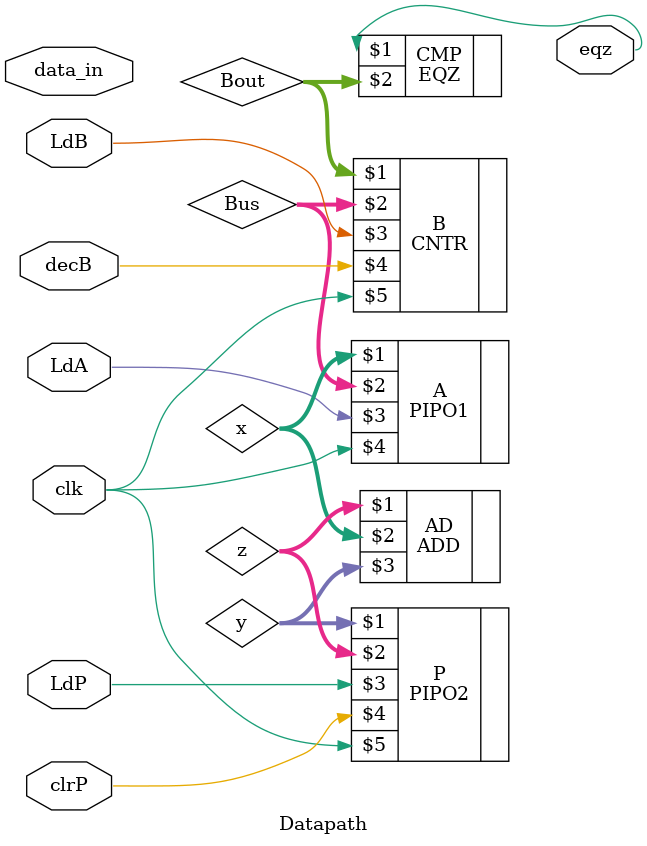
<source format=v>
`timescale 1ns / 1ps
module Datapath(eqz,LdA,LdB,LdP,clrP,decB,data_in,clk);
    input LdA;
    input LdB;
    input LdP;
    input clrP;
    input decB;
    input [15:0] data_in;
    input clk;
    output eqz;
    wire [15:0] x,y,z,Bout,Bus;
	 PIPO1 A(x,Bus,LdA,clk);
	 PIPO2 P(y,z,LdP,clrP,clk);
	 CNTR B(Bout,Bus,LdB,decB,clk);
	 ADD AD(z,x,y);
	 EQZ CMP(eqz,Bout);


endmodule

</source>
